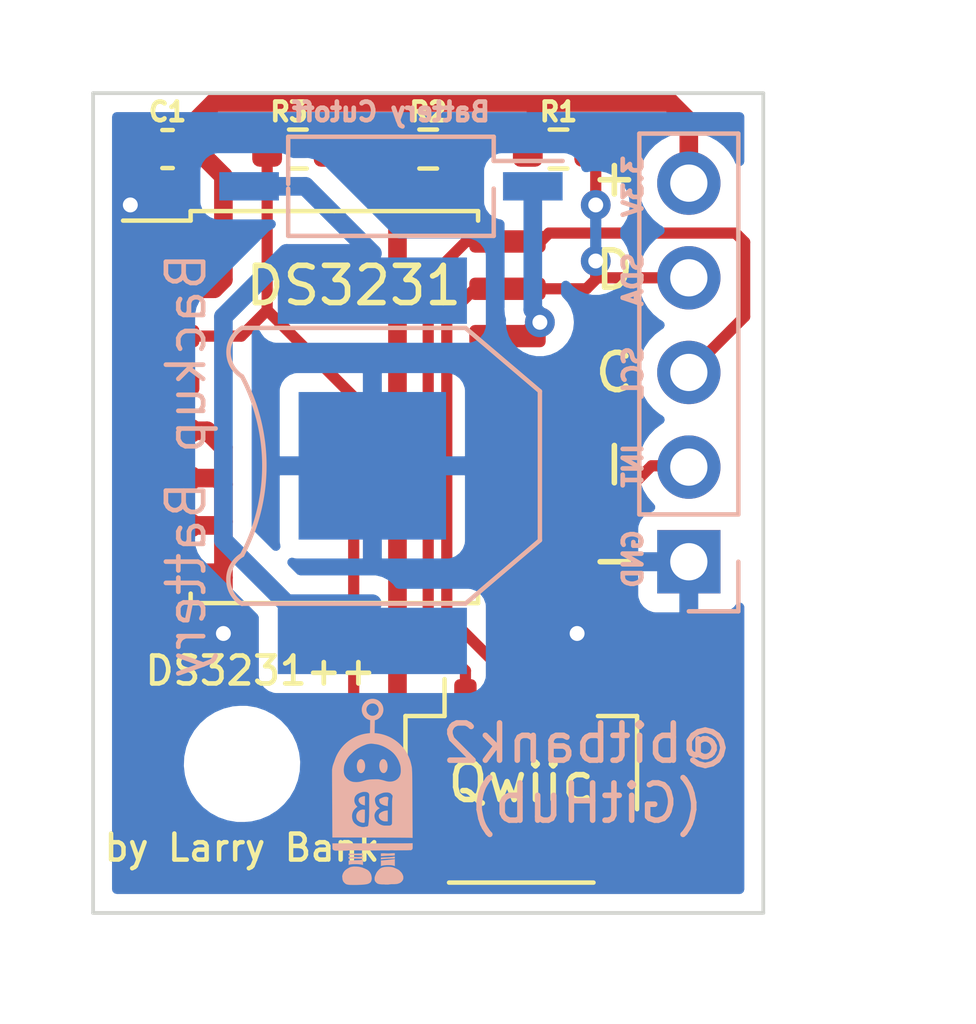
<source format=kicad_pcb>
(kicad_pcb (version 20211014) (generator pcbnew)
  (layers (0 "F.Cu" signal) (31 "B.Cu" power) (34 "B.Paste" user) (35 "F.Paste" user) (36 "B.SilkS" user "B.Silkscreen") (37 "F.SilkS" user "F.Silkscreen") (38 "B.Mask" user) (39 "F.Mask" user) (44 "Edge.Cuts" user))
  (net 0 "")
  (net 1 "Net-(BT1-Pad1)")
  (net 2 "GND")
  (net 3 "+3.3V")
  (net 4 "/SDA")
  (net 5 "/SCL")
  (net 6 "/INT")
  (net 7 "Net-(SW1-Pad1)")
  (footprint "Connector_JST:JST_SH_SM04B-SRSS-TB_1x04-1MP_P1.00mm_Horizontal" (layer "F.Cu") (at 153.5 97.5)
    (fp_text reference "Qwiic" (at 0 0) (layer "F.SilkS"))
    (fp_text value "Conn_01x04_Female")
    (pad "1" smd roundrect (at -1.5 -2) (size 0.6 1.55) (layers "F.Cu" "F.Paste" "F.Mask") (net 5 "/SCL"))
    (pad "2" smd roundrect (at -0.5 -2) (size 0.6 1.55) (layers "F.Cu" "F.Paste" "F.Mask") (net 4 "/SDA"))
    (pad "3" smd roundrect (at 0.5 -2) (size 0.6 1.55) (layers "F.Cu" "F.Paste" "F.Mask") (net 3 "+3.3V"))
    (pad "4" smd roundrect (at 1.5 -2) (size 0.6 1.55) (layers "F.Cu" "F.Paste" "F.Mask") (net 2 "GND"))
    (pad "MP" smd roundrect (at 2.8 1.875) (size 1.2 1.8) (layers "F.Cu" "F.Paste" "F.Mask") (roundrect_rratio 0.2083333333))
    (pad "MP" smd roundrect (at -2.8 1.875) (size 1.2 1.8) (layers "F.Cu" "F.Paste" "F.Mask") (roundrect_rratio 0.2083333333))
  )
  (footprint "Capacitor_SMD:C_0603_1608Metric" (layer "F.Cu") (at 144 80.5 180)
    (fp_text reference "C1" (at 0 1) (layer "F.SilkS") (effects (font (size 0.5 0.5) (thickness 0.125))))
    (fp_text value "100n")
    (pad "1" smd roundrect (at -0.775 0 180) (size 0.9 0.95) (layers "F.Cu" "F.Paste" "F.Mask") (net 3 "+3.3V"))
    (pad "2" smd roundrect (at 0.775 0 180) (size 0.9 0.95) (layers "F.Cu" "F.Paste" "F.Mask") (net 2 "GND"))
  )
  (footprint "Package_SO:SOIC-16W_7.5x10.3mm_P1.27mm" (layer "F.Cu") (at 148.48 87.425)
    (fp_text reference "DS3231" (at 0.52 -3.26) (layer "F.SilkS"))
    (fp_text value "DS3231M")
    (pad "1" smd roundrect (at -4.65 -4.445) (size 2.05 0.6) (layers "F.Cu" "F.Paste" "F.Mask"))
    (pad "2" smd roundrect (at -4.65 -3.175) (size 2.05 0.6) (layers "F.Cu" "F.Paste" "F.Mask") (net 3 "+3.3V"))
    (pad "3" smd roundrect (at -4.65 -1.905) (size 2.05 0.6) (layers "F.Cu" "F.Paste" "F.Mask") (net 6 "/INT"))
    (pad "4" smd roundrect (at -4.65 -0.635) (size 2.05 0.6) (layers "F.Cu" "F.Paste" "F.Mask"))
    (pad "5" smd roundrect (at -4.65 0.635) (size 2.05 0.6) (layers "F.Cu" "F.Paste" "F.Mask") (net 2 "GND"))
    (pad "6" smd roundrect (at -4.65 1.905) (size 2.05 0.6) (layers "F.Cu" "F.Paste" "F.Mask") (net 2 "GND"))
    (pad "7" smd roundrect (at -4.65 3.175) (size 2.05 0.6) (layers "F.Cu" "F.Paste" "F.Mask") (net 2 "GND"))
    (pad "8" smd roundrect (at -4.65 4.445) (size 2.05 0.6) (layers "F.Cu" "F.Paste" "F.Mask") (net 2 "GND"))
    (pad "9" smd roundrect (at 4.65 4.445) (size 2.05 0.6) (layers "F.Cu" "F.Paste" "F.Mask") (net 2 "GND"))
    (pad "10" smd roundrect (at 4.65 3.175) (size 2.05 0.6) (layers "F.Cu" "F.Paste" "F.Mask") (net 2 "GND"))
    (pad "11" smd roundrect (at 4.65 1.905) (size 2.05 0.6) (layers "F.Cu" "F.Paste" "F.Mask") (net 2 "GND"))
    (pad "12" smd roundrect (at 4.65 0.635) (size 2.05 0.6) (layers "F.Cu" "F.Paste" "F.Mask") (net 2 "GND"))
    (pad "13" smd roundrect (at 4.65 -0.635) (size 2.05 0.6) (layers "F.Cu" "F.Paste" "F.Mask") (net 2 "GND"))
    (pad "14" smd roundrect (at 4.65 -1.905) (size 2.05 0.6) (layers "F.Cu" "F.Paste" "F.Mask") (net 7 "Net-(SW1-Pad1)"))
    (pad "15" smd roundrect (at 4.65 -3.175) (size 2.05 0.6) (layers "F.Cu" "F.Paste" "F.Mask") (net 4 "/SDA"))
    (pad "16" smd roundrect (at 4.65 -4.445) (size 2.05 0.6) (layers "F.Cu" "F.Paste" "F.Mask") (net 5 "/SCL"))
  )
  (footprint "Resistor_SMD:R_0603_1608Metric" (layer "F.Cu") (at 154.5 80.5)
    (fp_text reference "R1" (at 0 -1) (layer "F.SilkS") (effects (font (size 0.5 0.5) (thickness 0.125))))
    (fp_text value "4k7")
    (pad "1" smd roundrect (at -0.825 0) (size 0.8 0.95) (layers "F.Cu" "F.Paste" "F.Mask") (net 3 "+3.3V"))
    (pad "2" smd roundrect (at 0.825 0) (size 0.8 0.95) (layers "F.Cu" "F.Paste" "F.Mask") (net 4 "/SDA"))
  )
  (footprint "Resistor_SMD:R_0603_1608Metric" (layer "F.Cu") (at 151 80.5)
    (fp_text reference "R2" (at 0 -1) (layer "F.SilkS") (effects (font (size 0.5 0.5) (thickness 0.125))))
    (fp_text value "4k7")
    (pad "1" smd roundrect (at -0.825 0) (size 0.8 0.95) (layers "F.Cu" "F.Paste" "F.Mask") (net 3 "+3.3V"))
    (pad "2" smd roundrect (at 0.825 0) (size 0.8 0.95) (layers "F.Cu" "F.Paste" "F.Mask") (net 5 "/SCL"))
  )
  (footprint "MountingHole:MountingHole_2.1mm" (layer "F.Cu") (at 146 97)
    (fp_text reference "H1")
    (fp_text value "MountingHole")
    (pad "" np_thru_hole circle (at 0 0) (size 2.1 2.1) (drill 2.1) (layers *.Cu *.Mask))
  )
  (footprint "Resistor_SMD:R_0603_1608Metric" (layer "F.Cu") (at 147.5 80.5 180)
    (fp_text reference "R3" (at 0.237258 1) (layer "F.SilkS") (effects (font (size 0.5 0.5) (thickness 0.125))))
    (fp_text value "4k7")
    (pad "1" smd roundrect (at -0.825 0 180) (size 0.8 0.95) (layers "F.Cu" "F.Paste" "F.Mask") (net 3 "+3.3V"))
    (pad "2" smd roundrect (at 0.825 0 180) (size 0.8 0.95) (layers "F.Cu" "F.Paste" "F.Mask") (net 6 "/INT"))
  )
  (footprint "Battery:BatteryHolder_Keystone_2998_1x6.8mm" (layer "B.Cu") (at 149.5 89 -90)
    (fp_text reference "Backup Battery" (at 0 5 90) (layer "B.SilkS") (effects (font (thickness 0.125)) (justify mirror)))
    (fp_text value "3.0")
    (pad "1" smd rect (at 4.7 0 270) (size 1.78 5.08) (layers "B.Cu" "B.Paste" "B.Mask") (net 1 "Net-(BT1-Pad1)"))
    (pad "1" smd rect (at -4.7 0 270) (size 1.78 5.08) (layers "B.Cu" "B.Paste" "B.Mask") (net 1 "Net-(BT1-Pad1)"))
    (pad "2" smd rect (at 0 0 270) (size 3.96 3.96) (layers "B.Cu" "B.Paste" "B.Mask") (net 2 "GND"))
  )
  (footprint "Button_Switch_SMD:SW_DIP_SPSTx01_Slide_Copal_CHS-01B_W7.62mm_P1.27mm" (layer "B.Cu") (at 150 81.5 180)
    (fp_text reference "Battery Cutoff" (at 0 2) (layer "B.SilkS") (effects (font (size 0.5 0.5) (thickness 0.125)) (justify mirror)))
    (fp_text value "SW_DIP_x01")
    (pad "1" smd rect (at -3.81 0 180) (size 1.6 0.76) (layers "B.Cu" "B.Paste" "B.Mask") (net 7 "Net-(SW1-Pad1)"))
    (pad "2" smd rect (at 3.81 0 180) (size 1.6 0.76) (layers "B.Cu" "B.Paste" "B.Mask") (net 1 "Net-(BT1-Pad1)"))
  )
  (footprint "Connector_PinSocket_2.54mm:PinSocket_1x05_P2.54mm_Vertical" (layer "B.Cu") (at 158 91.575)
    (fp_text reference "J2" hide)
    (fp_text value "Conn_01x05_Female")
    (pad "1" thru_hole rect (at 0 0) (size 1.7 1.7) (drill 1) (layers *.Cu *.Mask) (net 2 "GND"))
    (pad "2" thru_hole oval (at 0 -2.54) (size 1.7 1.7) (drill 1) (layers *.Cu *.Mask) (net 6 "/INT"))
    (pad "3" thru_hole oval (at 0 -5.08) (size 1.7 1.7) (drill 1) (layers *.Cu *.Mask) (net 5 "/SCL"))
    (pad "4" thru_hole oval (at 0 -7.62) (size 1.7 1.7) (drill 1) (layers *.Cu *.Mask) (net 4 "/SDA"))
    (pad "5" thru_hole oval (at 0 -10.16) (size 1.7 1.7) (drill 1) (layers *.Cu *.Mask) (net 3 "+3.3V"))
  )
  (footprint "LOGO" (layer "B.Cu") (at 149.5 97.75 180)
    (fp_text reference "G***" hide)
    (fp_text value "LOGO" hide)
  )
  (gr_line (start 160 101) (end 142 101) (layer "Edge.Cuts") (width 0.1))
  (gr_line (start 142 79) (end 160 79) (layer "Edge.Cuts") (width 0.1))
  (gr_line (start 160 79) (end 160 101) (layer "Edge.Cuts") (width 0.1))
  (gr_line (start 142 101) (end 142 79) (layer "Edge.Cuts") (width 0.1))
  (gr_text "INT" (at 156.5 89 90) (layer "B.SilkS") (effects (font (size 0.5 0.5) (thickness 0.125)) (justify mirror)))
  (gr_text "3.3V" (at 156.5 81.5 90) (layer "B.SilkS") (effects (font (size 0.5 0.5) (thickness 0.125)) (justify mirror)))
  (gr_text "SDA" (at 156.5 84 90) (layer "B.SilkS") (effects (font (size 0.5 0.5) (thickness 0.125)) (justify mirror)))
  (gr_text "SCL" (at 156.5 86.5 90) (layer "B.SilkS") (effects (font (size 0.5 0.5) (thickness 0.125)) (justify mirror)))
  (gr_text "@bitbank2\n(GitHub)" (at 155.25 97.25) (layer "B.SilkS") (effects (font (size 1 1)) (justify mirror)))
  (gr_text "GND" (at 156.5 91.5 90) (layer "B.SilkS") (effects (font (size 0.5 0.5) (thickness 0.125)) (justify mirror)))
  (gr_text "DS3231++" (at 146.5 94.5) (layer "F.SilkS") (effects (font (size 0.75 0.75) (thickness 0.125))))
  (gr_text "D" (at 156 83.75) (layer "F.SilkS") (effects (font (size 1 1))))
  (gr_text "C" (at 156 86.5) (layer "F.SilkS") (effects (font (size 1 1))))
  (gr_text "-" (at 156 91.5) (layer "F.SilkS") (effects (font (size 1 1))))
  (gr_text "I" (at 156 89) (layer "F.SilkS") (effects (font (size 1 1))))
  (gr_text "by Larry Bank" (at 146 99.25) (layer "F.SilkS") (effects (font (size 0.7 0.7) (thickness 0.12))))
  (gr_text "+" (at 156 81.25) (layer "F.SilkS") (effects (font (size 1 1))))
  (segment (start 146.19 81.5) (end 147.7 81.5) (width 0.5) (layer "B.Cu") (net 1))
  (segment (start 147.2 83.3) (end 145.5 85) (width 0.5) (layer "B.Cu") (net 1))
  (segment (start 145.5 91) (end 147.2 92.7) (width 0.5) (layer "B.Cu") (net 1))
  (segment (start 149.5 83.3) (end 147.2 83.3) (width 0.5) (layer "B.Cu") (net 1))
  (segment (start 147.7 81.5) (end 149.5 83.3) (width 0.5) (layer "B.Cu") (net 1))
  (segment (start 147.2 92.7) (end 149.5 92.7) (width 0.5) (layer "B.Cu") (net 1))
  (segment (start 145.5 85) (end 145.5 91) (width 0.5) (layer "B.Cu") (net 1))
  (segment (start 145.37 91.87) (end 145.5 92) (width 0.5) (layer "F.Cu") (net 2))
  (segment (start 153.13 91.87) (end 154.63 91.87) (width 0.5) (layer "F.Cu") (net 2))
  (segment (start 153.13 91.87) (end 153.37 91.87) (width 0.5) (layer "F.Cu") (net 2))
  (segment (start 143.225 80.5) (end 143.225 81.775) (width 0.5) (layer "F.Cu") (net 2))
  (segment (start 155 89) (end 155 88) (width 0.5) (layer "F.Cu") (net 2))
  (segment (start 155 91.5) (end 155 90.5) (width 0.5) (layer "F.Cu") (net 2))
  (segment (start 145.33 89.33) (end 145.5 89.5) (width 0.5) (layer "F.Cu") (net 2))
  (segment (start 155 90.5) (end 155 89) (width 0.5) (layer "F.Cu") (net 2))
  (segment (start 143.83 90.6) (end 145.4 90.6) (width 0.5) (layer "F.Cu") (net 2))
  (segment (start 155 87) (end 154.79 86.79) (width 0.5) (layer "F.Cu") (net 2))
  (segment (start 145.5 90.5) (end 145.5 92) (width 0.5) (layer "F.Cu") (net 2))
  (segment (start 145.06 88.06) (end 145.5 88.5) (width 0.5) (layer "F.Cu") (net 2))
  (segment (start 143.83 89.33) (end 145.33 89.33) (width 0.5) (layer "F.Cu") (net 2))
  (segment (start 143.83 91.87) (end 145.37 91.87) (width 0.5) (layer "F.Cu") (net 2))
  (segment (start 155 95.5) (end 155 93.5) (width 0.5) (layer "F.Cu") (net 2))
  (segment (start 155 88) (end 155 87) (width 0.5) (layer "F.Cu") (net 2))
  (segment (start 154.63 91.87) (end 155 91.5) (width 0.5) (layer "F.Cu") (net 2))
  (segment (start 143.83 88.06) (end 145.06 88.06) (width 0.5) (layer "F.Cu") (net 2))
  (segment (start 153.13 88.06) (end 154.94 88.06) (width 0.5) (layer "F.Cu") (net 2))
  (segment (start 154.67 89.33) (end 155 89) (width 0.5) (layer "F.Cu") (net 2))
  (segment (start 154.94 88.06) (end 155 88) (width 0.5) (layer "F.Cu") (net 2))
  (segment (start 145.5 89.5) (end 145.5 90.5) (width 0.5) (layer "F.Cu") (net 2))
  (segment (start 145.5 92) (end 145.5 93.5) (width 0.5) (layer "F.Cu") (net 2))
  (segment (start 153.13 90.6) (end 154.9 90.6) (width 0.5) (layer "F.Cu") (net 2))
  (segment (start 145.5 88.5) (end 145.5 89.5) (width 0.5) (layer "F.Cu") (net 2))
  (segment (start 154.79 86.79) (end 153.13 86.79) (width 0.5) (layer "F.Cu") (net 2))
  (segment (start 154.9 90.6) (end 155 90.5) (width 0.5) (layer "F.Cu") (net 2))
  (segment (start 153.13 89.33) (end 154.67 89.33) (width 0.5) (layer "F.Cu") (net 2))
  (segment (start 153.37 91.87) (end 155 93.5) (width 0.5) (layer "F.Cu") (net 2))
  (segment (start 145.4 90.6) (end 145.5 90.5) (width 0.5) (layer "F.Cu") (net 2))
  (segment (start 143.225 81.775) (end 143 82) (width 0.5) (layer "F.Cu") (net 2))
  (via (at 155 93.5) (size 0.8) (drill 0.4) (layers "F.Cu" "B.Cu") (net 2))
  (via (at 145.5 93.5) (size 0.8) (drill 0.4) (layers "F.Cu" "B.Cu") (net 2))
  (via (at 143 82) (size 0.8) (drill 0.4) (layers "F.Cu" "B.Cu") (net 2))
  (segment (start 145.5 84) (end 145.5 81.225) (width 0.5) (layer "F.Cu") (net 3))
  (segment (start 150.175 79.825) (end 150.75 79.25) (width 0.5) (layer "F.Cu") (net 3))
  (segment (start 151 97) (end 153.5 97) (width 0.5) (layer "F.Cu") (net 3))
  (segment (start 150.175 96.175) (end 151 97) (width 0.5) (layer "F.Cu") (net 3))
  (segment (start 150.75 79.25) (end 154.25 79.25) (width 0.5) (layer "F.Cu") (net 3))
  (segment (start 157.5 79.25) (end 154.25 79.25) (width 0.5) (layer "F.Cu") (net 3))
  (segment (start 145.25 84.25) (end 145.5 84) (width 0.5) (layer "F.Cu") (net 3))
  (segment (start 158 81.415) (end 158 79.75) (width 0.5) (layer "F.Cu") (net 3))
  (segment (start 154.25 79.25) (end 153.5 80) (width 0.5) (layer "F.Cu") (net 3))
  (segment (start 153.5 97) (end 154 96.5) (width 0.5) (layer "F.Cu") (net 3))
  (segment (start 154 96.5) (end 154 95.5) (width 0.5) (layer "F.Cu") (net 3))
  (segment (start 143.83 84.25) (end 145.25 84.25) (width 0.5) (layer "F.Cu") (net 3))
  (segment (start 145.5 81.225) (end 144.775 80.5) (width 0.5) (layer "F.Cu") (net 3))
  (segment (start 150.175 80.5) (end 150.175 79.825) (width 0.5) (layer "F.Cu") (net 3))
  (segment (start 150.175 80.5) (end 148.325 80.5) (width 0.5) (layer "F.Cu") (net 3))
  (segment (start 144.775 80.5) (end 144.775 79.725) (width 0.5) (layer "F.Cu") (net 3))
  (segment (start 145.25 79.25) (end 150.75 79.25) (width 0.5) (layer "F.Cu") (net 3))
  (segment (start 150.175 80.5) (end 150.175 96.175) (width 0.5) (layer "F.Cu") (net 3))
  (segment (start 144.775 79.725) (end 145.25 79.25) (width 0.5) (layer "F.Cu") (net 3))
  (segment (start 158 79.75) (end 157.5 79.25) (width 0.5) (layer "F.Cu") (net 3))
  (segment (start 155.545 83.955) (end 155.5 83.91) (width 0.3) (layer "F.Cu") (net 4))
  (segment (start 153.13 84.25) (end 155.25 84.25) (width 0.3) (layer "F.Cu") (net 4))
  (segment (start 151.5 93) (end 153 94.5) (width 0.3) (layer "F.Cu") (net 4))
  (segment (start 153 94.5) (end 153 95.5) (width 0.3) (layer "F.Cu") (net 4))
  (segment (start 152.25 84.25) (end 151.5 85) (width 0.3) (layer "F.Cu") (net 4))
  (segment (start 155.5 80.675) (end 155.5 82) (width 0.3) (layer "F.Cu") (net 4))
  (segment (start 153.13 84.25) (end 152.25 84.25) (width 0.3) (layer "F.Cu") (net 4))
  (segment (start 155.545 83.955) (end 158 83.955) (width 0.3) (layer "F.Cu") (net 4))
  (segment (start 155.5 83.91) (end 155.5 83.5045) (width 0.3) (layer "F.Cu") (net 4))
  (segment (start 155.5 80.675) (end 155.325 80.5) (width 0.3) (layer "F.Cu") (net 4))
  (segment (start 155.25 84.25) (end 155.545 83.955) (width 0.3) (layer "F.Cu") (net 4))
  (segment (start 151.5 85) (end 151.5 93) (width 0.3) (layer "F.Cu") (net 4))
  (via (at 155.5 82) (size 0.8) (drill 0.4) (layers "F.Cu" "B.Cu") (net 4))
  (via (at 155.5 83.5045) (size 0.8) (drill 0.4) (layers "F.Cu" "B.Cu") (net 4))
  (segment (start 155.5 83.5045) (end 155.5 82) (width 0.3) (layer "B.Cu") (net 4))
  (segment (start 153.13 82.98) (end 153.98 82.98) (width 0.3) (layer "F.Cu") (net 5))
  (segment (start 159.255 82.755) (end 159.5 83) (width 0.3) (layer "F.Cu") (net 5))
  (segment (start 153.13 82.98) (end 151.825 81.675) (width 0.3) (layer "F.Cu") (net 5))
  (segment (start 152 95.5) (end 152 94.5) (width 0.3) (layer "F.Cu") (net 5))
  (segment (start 159.5 84.995) (end 158 86.495) (width 0.3) (layer "F.Cu") (net 5))
  (segment (start 154.245 82.755) (end 159.255 82.755) (width 0.3) (layer "F.Cu") (net 5))
  (segment (start 152.02 82.98) (end 153.13 82.98) (width 0.3) (layer "F.Cu") (net 5))
  (segment (start 153.98 82.98) (end 154 83) (width 0.3) (layer "F.Cu") (net 5))
  (segment (start 154 83) (end 154.245 82.755) (width 0.3) (layer "F.Cu") (net 5))
  (segment (start 151 93.5) (end 151 84) (width 0.3) (layer "F.Cu") (net 5))
  (segment (start 152 94.5) (end 151 93.5) (width 0.3) (layer "F.Cu") (net 5))
  (segment (start 151.825 81.675) (end 151.825 80.5) (width 0.3) (layer "F.Cu") (net 5))
  (segment (start 151 84) (end 152.02 82.98) (width 0.3) (layer "F.Cu") (net 5))
  (segment (start 159.5 83) (end 159.5 84.995) (width 0.3) (layer "F.Cu") (net 5))
  (segment (start 157.965 89) (end 157 89) (width 0.3) (layer "F.Cu") (net 6))
  (segment (start 156.035 96.965) (end 155 98) (width 0.3) (layer "F.Cu") (net 6))
  (segment (start 143.83 85.52) (end 145.98 85.52) (width 0.3) (layer "F.Cu") (net 6))
  (segment (start 156.035 96.965) (end 156.035 89.965) (width 0.3) (layer "F.Cu") (net 6))
  (segment (start 145.98 85.52) (end 146.675 84.825) (width 0.3) (layer "F.Cu") (net 6))
  (segment (start 149 96) (end 149 87.15) (width 0.3) (layer "F.Cu") (net 6))
  (segment (start 155 98) (end 151 98) (width 0.3) (layer "F.Cu") (net 6))
  (segment (start 151 98) (end 149 96) (width 0.3) (layer "F.Cu") (net 6))
  (segment (start 158 89.035) (end 157.965 89) (width 0.3) (layer "F.Cu") (net 6))
  (segment (start 146.675 84.825) (end 146.675 80.5) (width 0.3) (layer "F.Cu") (net 6))
  (segment (start 156.035 89.965) (end 157 89) (width 0.3) (layer "F.Cu") (net 6))
  (segment (start 149 87.15) (end 146.675 84.825) (width 0.3) (layer "F.Cu") (net 6))
  (segment (start 153.6295 85.52) (end 154 85.1495) (width 0.5) (layer "F.Cu") (net 7))
  (segment (start 153.13 85.52) (end 153.6295 85.52) (width 0.5) (layer "F.Cu") (net 7))
  (via (at 154 85.1495) (size 0.8) (drill 0.4) (layers "F.Cu" "B.Cu") (net 7))
  (segment (start 153.81 81.5) (end 153.81 84.81) (width 0.5) (layer "B.Cu") (net 7))
  (segment (start 153.81 84.81) (end 154 85) (width 0.5) (layer "B.Cu") (net 7))
  (segment (start 154 85) (end 154 85.1495) (width 0.5) (layer "B.Cu") (net 7))
  (zone (net 2) (net_name "GND") (layer "B.Cu") (connect_pads (clearance 0.508)) (min_thickness 0.254) (fill yes (thermal_gap 0.508) (thermal_bridge_width 0.508))
    (polygon (pts (xy 162 104) (xy 139.5 103.5) (xy 140 76.5) (xy 161 76.5)))
  )
)
</source>
